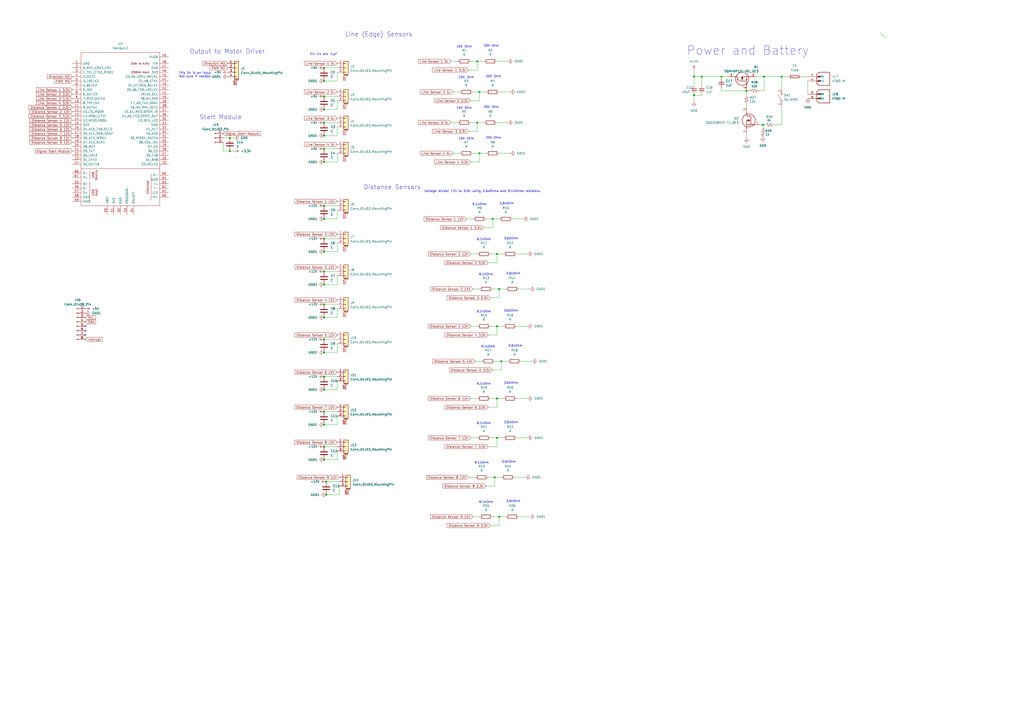
<source format=kicad_sch>
(kicad_sch (version 20231120) (generator "eeschema") (generator_version "8.0")
  (paper "A2")
  (junction (at 288.29 147.32))
  (junction (at 285.75 127))
  (junction (at 187.96 63.5))
  (junction (at 187.96 226.06))
  (junction (at 402.59 44.45))
  (junction (at 189.23 279.4))
  (junction (at 453.39 44.45))
  (junction (at 187.96 138.43))
  (junction (at 187.96 218.44))
  (junction (at 187.96 93.98))
  (junction (at 189.23 287.02))
  (junction (at 402.59 55.245))
  (junction (at 288.29 189.23))
  (junction (at 276.86 71.12))
  (junction (at 187.96 39.37))
  (junction (at 133.35 80.01))
  (junction (at 433.07 52.705))
  (junction (at 276.86 35.56))
  (junction (at 187.96 266.7))
  (junction (at 187.96 184.15))
  (junction (at 133.35 87.63))
  (junction (at 443.23 44.45))
  (junction (at 187.96 119.38))
  (junction (at 187.96 78.74))
  (junction (at 289.56 167.64))
  (junction (at 287.02 276.86))
  (junction (at 187.96 157.48))
  (junction (at 187.96 196.85))
  (junction (at 289.56 299.72))
  (junction (at 187.96 86.36))
  (junction (at 288.29 254))
  (junction (at 407.035 44.45))
  (junction (at 187.96 127))
  (junction (at 187.96 238.76))
  (junction (at 187.96 246.38))
  (junction (at 187.96 165.1))
  (junction (at 187.96 46.99))
  (junction (at 187.96 146.05))
  (junction (at 187.96 71.12))
  (junction (at 187.96 55.88))
  (junction (at 288.29 231.14))
  (junction (at 418.465 44.45))
  (junction (at 278.13 88.9))
  (junction (at 442.595 72.39))
  (junction (at 290.83 209.55))
  (junction (at 187.96 176.53))
  (junction (at 187.96 204.47))
  (junction (at 278.13 53.34))
  (junction (at 187.96 259.08))
  (no_connect (at 49.53 189.23))
  (no_connect (at 49.53 194.31))
  (no_connect (at 49.53 191.77))
  (bus_entry (at 510.54 19.05) (size 2.54 2.54))
  (wire (pts (xy 288.29 147.32) (xy 288.29 152.4)))
  (wire (pts (xy 289.56 53.34) (xy 295.91 53.34)))
  (wire (pts (xy 278.13 88.9) (xy 278.13 93.98)))
  (wire (pts (xy 195.58 121.92) (xy 195.58 127)))
  (wire (pts (xy 407.035 44.45) (xy 402.59 44.45)))
  (wire (pts (xy 261.62 71.12) (xy 265.43 71.12)))
  (wire (pts (xy 270.51 127) (xy 274.32 127)))
  (wire (pts (xy 273.05 35.56) (xy 276.86 35.56)))
  (wire (pts (xy 418.465 44.45) (xy 418.465 45.72)))
  (wire (pts (xy 187.96 55.88) (xy 195.58 55.88)))
  (wire (pts (xy 299.72 231.14) (xy 306.07 231.14)))
  (wire (pts (xy 275.59 209.55) (xy 279.4 209.55)))
  (wire (pts (xy 187.96 196.85) (xy 195.58 196.85)))
  (wire (pts (xy 289.56 167.64) (xy 289.56 172.72)))
  (wire (pts (xy 402.59 55.245) (xy 402.59 59.055)))
  (wire (pts (xy 278.13 53.34) (xy 278.13 58.42)))
  (wire (pts (xy 273.05 189.23) (xy 276.86 189.23)))
  (wire (pts (xy 276.86 35.56) (xy 280.67 35.56)))
  (wire (pts (xy 299.72 147.32) (xy 306.07 147.32)))
  (wire (pts (xy 290.83 214.63) (xy 285.75 214.63)))
  (wire (pts (xy 284.48 147.32) (xy 288.29 147.32)))
  (wire (pts (xy 285.75 299.72) (xy 289.56 299.72)))
  (wire (pts (xy 284.48 189.23) (xy 288.29 189.23)))
  (wire (pts (xy 133.35 80.01) (xy 129.54 80.01)))
  (wire (pts (xy 262.89 53.34) (xy 266.7 53.34)))
  (wire (pts (xy 261.62 35.56) (xy 265.43 35.56)))
  (wire (pts (xy 464.82 44.45) (xy 468.63 44.45)))
  (wire (pts (xy 195.58 179.07) (xy 195.58 184.15)))
  (wire (pts (xy 195.58 93.98) (xy 187.96 93.98)))
  (wire (pts (xy 187.96 119.38) (xy 195.58 119.38)))
  (wire (pts (xy 288.29 236.22) (xy 283.21 236.22)))
  (wire (pts (xy 278.13 58.42) (xy 273.05 58.42)))
  (wire (pts (xy 189.23 279.4) (xy 196.85 279.4)))
  (wire (pts (xy 281.94 127) (xy 285.75 127)))
  (wire (pts (xy 133.35 87.63) (xy 135.89 87.63)))
  (wire (pts (xy 290.83 209.55) (xy 294.64 209.55)))
  (wire (pts (xy 274.32 167.64) (xy 278.13 167.64)))
  (wire (pts (xy 300.99 167.64) (xy 307.34 167.64)))
  (wire (pts (xy 283.21 276.86) (xy 287.02 276.86)))
  (wire (pts (xy 278.13 53.34) (xy 281.94 53.34)))
  (wire (pts (xy 418.465 44.45) (xy 407.035 44.45)))
  (wire (pts (xy 187.96 71.12) (xy 195.58 71.12)))
  (wire (pts (xy 288.29 194.31) (xy 283.21 194.31)))
  (wire (pts (xy 274.32 53.34) (xy 278.13 53.34)))
  (wire (pts (xy 402.59 44.45) (xy 402.59 40.64)))
  (wire (pts (xy 195.58 140.97) (xy 195.58 146.05)))
  (wire (pts (xy 402.59 54.61) (xy 402.59 55.245)))
  (wire (pts (xy 195.58 73.66) (xy 195.58 78.74)))
  (wire (pts (xy 288.29 189.23) (xy 292.1 189.23)))
  (wire (pts (xy 289.56 167.64) (xy 293.37 167.64)))
  (wire (pts (xy 438.15 44.45) (xy 443.23 44.45)))
  (wire (pts (xy 285.75 127) (xy 285.75 132.08)))
  (wire (pts (xy 288.29 254) (xy 288.29 259.08)))
  (wire (pts (xy 187.96 39.37) (xy 195.58 39.37)))
  (wire (pts (xy 418.465 52.705) (xy 433.07 52.705)))
  (wire (pts (xy 196.85 281.94) (xy 196.85 287.02)))
  (wire (pts (xy 453.39 72.39) (xy 453.39 61.595)))
  (wire (pts (xy 448.945 72.39) (xy 453.39 72.39)))
  (wire (pts (xy 299.72 254) (xy 306.07 254)))
  (wire (pts (xy 289.56 304.8) (xy 284.48 304.8)))
  (wire (pts (xy 195.58 246.38) (xy 187.96 246.38)))
  (wire (pts (xy 187.96 176.53) (xy 195.58 176.53)))
  (wire (pts (xy 453.39 51.435) (xy 453.39 44.45)))
  (wire (pts (xy 288.29 254) (xy 292.1 254)))
  (wire (pts (xy 273.05 254) (xy 276.86 254)))
  (wire (pts (xy 129.54 82.55) (xy 129.54 87.63)))
  (wire (pts (xy 196.85 287.02) (xy 189.23 287.02)))
  (wire (pts (xy 287.02 276.86) (xy 287.02 281.94)))
  (wire (pts (xy 299.72 189.23) (xy 306.07 189.23)))
  (wire (pts (xy 274.32 88.9) (xy 278.13 88.9)))
  (wire (pts (xy 287.02 276.86) (xy 290.83 276.86)))
  (wire (pts (xy 407.035 55.245) (xy 402.59 55.245)))
  (wire (pts (xy 195.58 63.5) (xy 187.96 63.5)))
  (wire (pts (xy 195.58 204.47) (xy 187.96 204.47)))
  (wire (pts (xy 195.58 266.7) (xy 187.96 266.7)))
  (wire (pts (xy 443.23 44.45) (xy 453.39 44.45)))
  (wire (pts (xy 195.58 220.98) (xy 195.58 226.06)))
  (wire (pts (xy 453.39 44.45) (xy 457.2 44.45)))
  (wire (pts (xy 262.89 88.9) (xy 266.7 88.9)))
  (wire (pts (xy 284.48 231.14) (xy 288.29 231.14)))
  (wire (pts (xy 289.56 299.72) (xy 289.56 304.8)))
  (wire (pts (xy 129.54 87.63) (xy 133.35 87.63)))
  (wire (pts (xy 288.29 147.32) (xy 292.1 147.32)))
  (wire (pts (xy 288.29 189.23) (xy 288.29 194.31)))
  (wire (pts (xy 195.58 46.99) (xy 187.96 46.99)))
  (wire (pts (xy 187.96 86.36) (xy 195.58 86.36)))
  (wire (pts (xy 433.07 52.705) (xy 433.07 55.245)))
  (wire (pts (xy 274.32 299.72) (xy 278.13 299.72)))
  (wire (pts (xy 440.055 52.705) (xy 443.23 52.705)))
  (wire (pts (xy 289.56 88.9) (xy 295.91 88.9)))
  (wire (pts (xy 278.13 93.98) (xy 273.05 93.98)))
  (wire (pts (xy 195.58 41.91) (xy 195.58 46.99)))
  (wire (pts (xy 288.29 259.08) (xy 283.21 259.08)))
  (wire (pts (xy 288.29 152.4) (xy 283.21 152.4)))
  (wire (pts (xy 302.26 209.55) (xy 308.61 209.55)))
  (wire (pts (xy 273.05 231.14) (xy 276.86 231.14)))
  (wire (pts (xy 278.13 88.9) (xy 281.94 88.9)))
  (wire (pts (xy 187.96 157.48) (xy 195.58 157.48)))
  (wire (pts (xy 287.02 281.94) (xy 281.94 281.94)))
  (wire (pts (xy 407.035 44.45) (xy 407.035 49.53)))
  (wire (pts (xy 407.035 54.61) (xy 407.035 55.245)))
  (wire (pts (xy 187.96 138.43) (xy 195.58 138.43)))
  (wire (pts (xy 285.75 167.64) (xy 289.56 167.64)))
  (wire (pts (xy 443.23 52.705) (xy 443.23 44.45)))
  (wire (pts (xy 288.29 71.12) (xy 294.64 71.12)))
  (wire (pts (xy 187.96 238.76) (xy 195.58 238.76)))
  (wire (pts (xy 297.18 127) (xy 303.53 127)))
  (wire (pts (xy 285.75 132.08) (xy 280.67 132.08)))
  (wire (pts (xy 195.58 199.39) (xy 195.58 204.47)))
  (wire (pts (xy 402.59 49.53) (xy 402.59 44.45)))
  (wire (pts (xy 418.465 50.8) (xy 418.465 52.705)))
  (wire (pts (xy 289.56 299.72) (xy 293.37 299.72)))
  (wire (pts (xy 187.96 218.44) (xy 195.58 218.44)))
  (wire (pts (xy 195.58 146.05) (xy 187.96 146.05)))
  (wire (pts (xy 288.29 231.14) (xy 292.1 231.14)))
  (wire (pts (xy 195.58 184.15) (xy 187.96 184.15)))
  (wire (pts (xy 195.58 88.9) (xy 195.58 93.98)))
  (wire (pts (xy 442.595 72.39) (xy 442.595 74.295)))
  (wire (pts (xy 271.78 276.86) (xy 275.59 276.86)))
  (wire (pts (xy 300.99 299.72) (xy 307.34 299.72)))
  (wire (pts (xy 422.91 44.45) (xy 418.465 44.45)))
  (wire (pts (xy 433.07 60.325) (xy 433.07 62.23)))
  (wire (pts (xy 195.58 78.74) (xy 187.96 78.74)))
  (wire (pts (xy 195.58 165.1) (xy 187.96 165.1)))
  (wire (pts (xy 289.56 172.72) (xy 284.48 172.72)))
  (wire (pts (xy 276.86 35.56) (xy 276.86 40.64)))
  (wire (pts (xy 195.58 160.02) (xy 195.58 165.1)))
  (wire (pts (xy 288.29 35.56) (xy 294.64 35.56)))
  (wire (pts (xy 298.45 276.86) (xy 304.8 276.86)))
  (wire (pts (xy 195.58 226.06) (xy 187.96 226.06)))
  (wire (pts (xy 195.58 261.62) (xy 195.58 266.7)))
  (wire (pts (xy 276.86 71.12) (xy 276.86 76.2)))
  (wire (pts (xy 468.63 46.99) (xy 468.63 54.61)))
  (wire (pts (xy 433.07 52.705) (xy 434.975 52.705)))
  (wire (pts (xy 187.96 259.08) (xy 195.58 259.08)))
  (wire (pts (xy 433.07 52.07) (xy 433.07 52.705)))
  (wire (pts (xy 133.35 80.01) (xy 135.89 80.01)))
  (wire (pts (xy 195.58 127) (xy 187.96 127)))
  (wire (pts (xy 195.58 241.3) (xy 195.58 246.38)))
  (wire (pts (xy 195.58 58.42) (xy 195.58 63.5)))
  (wire (pts (xy 276.86 71.12) (xy 280.67 71.12)))
  (wire (pts (xy 276.86 40.64) (xy 271.78 40.64)))
  (wire (pts (xy 440.69 72.39) (xy 442.595 72.39)))
  (wire (pts (xy 287.02 209.55) (xy 290.83 209.55)))
  (wire (pts (xy 442.595 72.39) (xy 443.865 72.39)))
  (wire (pts (xy 276.86 76.2) (xy 271.78 76.2)))
  (wire (pts (xy 273.05 147.32) (xy 276.86 147.32)))
  (wire (pts (xy 273.05 71.12) (xy 276.86 71.12)))
  (wire (pts (xy 284.48 254) (xy 288.29 254)))
  (wire (pts (xy 285.75 127) (xy 289.56 127)))
  (wire (pts (xy 290.83 209.55) (xy 290.83 214.63)))
  (wire (pts (xy 433.07 77.47) (xy 433.07 80.01)))
  (wire (pts (xy 288.29 231.14) (xy 288.29 236.22)))
  (text "Output to Motor Driver" (at 131.826 29.972 0) (effects (font (size 2.54 2.54))))
  (text "This 5V is an input\nNot sure if needed" (at 113.03 43.434 0) (effects (font (size 1.27 1.27))))
  (text "3.6kOhm" (at 296.418 138.43 0) (effects (font (size 1.27 1.27))))
  (text "9.1kOhm" (at 280.67 245.618 0) (effects (font (size 1.27 1.27))))
  (text "20K Ohm" (at 284.988 26.67 0) (effects (font (size 1.27 1.27))))
  (text "Power and Battery\n" (at 433.832 29.464 0) (effects (font (size 5.08 5.08))))
  (text "9.1kOhm" (at 283.21 201.168 0) (effects (font (size 1.27 1.27))))
  (text "3.6kOhm" (at 293.878 118.11 0) (effects (font (size 1.27 1.27))))
  (text "9.1kOhm" (at 280.67 180.848 0) (effects (font (size 1.27 1.27))))
  (text "9.1kOhm" (at 281.94 291.338 0) (effects (font (size 1.27 1.27))))
  (text "3.6kOhm" (at 297.688 290.83 0) (effects (font (size 1.27 1.27))))
  (text "3.6kOhm" (at 297.688 158.75 0) (effects (font (size 1.27 1.27))))
  (text "9.1kOhm" (at 278.13 118.618 0) (effects (font (size 1.27 1.27))))
  (text "Start Module" (at 128.016 68.072 0) (effects (font (size 2.54 2.54))))
  (text "3.6kOhm" (at 296.418 180.34 0) (effects (font (size 1.27 1.27))))
  (text "9.1kOhm" (at 280.67 222.758 0) (effects (font (size 1.27 1.27))))
  (text "9.1kOhm" (at 280.67 138.938 0) (effects (font (size 1.27 1.27))))
  (text "10K Ohm" (at 269.24 27.178 0) (effects (font (size 1.27 1.27))))
  (text "10K Ohm" (at 270.51 80.518 0) (effects (font (size 1.27 1.27))))
  (text "Distance Sensors" (at 227.584 108.712 0) (effects (font (size 2.54 2.54))))
  (text "C1-14 are .1µF" (at 187.706 31.496 0) (effects (font (size 1.27 1.27))))
  (text "10K Ohm" (at 269.24 62.738 0) (effects (font (size 1.27 1.27))))
  (text "3.6kOhm" (at 295.148 267.97 0) (effects (font (size 1.27 1.27))))
  (text "20K Ohm" (at 286.258 44.45 0) (effects (font (size 1.27 1.27))))
  (text "20K Ohm" (at 286.258 80.01 0) (effects (font (size 1.27 1.27))))
  (text "Voltage divider 12V to 3.3V using 3.6kOhms and 9.1kOhms resistors.\n" (at 279.908 110.998 0) (effects (font (size 1.27 1.27))))
  (text "20K Ohm" (at 284.988 62.23 0) (effects (font (size 1.27 1.27))))
  (text "3.6kOhm" (at 298.958 200.66 0) (effects (font (size 1.27 1.27))))
  (text "10K Ohm" (at 270.51 44.958 0) (effects (font (size 1.27 1.27))))
  (text "9.1kOhm" (at 279.4 268.478 0) (effects (font (size 1.27 1.27))))
  (text "Line (Edge) Sensors" (at 219.71 20.066 0) (effects (font (size 2.54 2.54))))
  (text "9.1kOhm" (at 281.94 159.258 0) (effects (font (size 1.27 1.27))))
  (text "3.6kOhm" (at 296.418 245.11 0) (effects (font (size 1.27 1.27))))
  (text "3.6kOhm" (at 296.418 222.25 0) (effects (font (size 1.27 1.27))))
  (global_label "Distance Sensor 9 3.3V" (shape input) (at 284.48 304.8 180) (property "Intersheetrefs" "${INTERSHEET_REFS}" (effects (hide yes))))
  (global_label "Line Sensor 2 3.3V" (shape input) (at 41.91 54.61 180) (property "Intersheetrefs" "${INTERSHEET_REFS}" (effects (hide yes))))
  (global_label "Distance Sensor 4 3.3V" (shape input) (at 283.21 194.31 180) (property "Intersheetrefs" "${INTERSHEET_REFS}" (effects (hide yes))))
  (global_label "Distance Sensor 7 12V" (shape input) (at 41.91 77.47 180) (property "Intersheetrefs" "${INTERSHEET_REFS}" (effects (hide yes))))
  (global_label "Distance Sensor 3 3.3V" (shape input) (at 284.48 172.72 180) (property "Intersheetrefs" "${INTERSHEET_REFS}" (effects (hide yes))))
  (global_label "Distance Sensor 4 12V" (shape input) (at 273.05 189.23 180) (property "Intersheetrefs" "${INTERSHEET_REFS}" (effects (hide yes))))
  (global_label "Line Sensor 4 5v" (shape input) (at 195.58 83.82 180) (property "Intersheetrefs" "${INTERSHEET_REFS}" (effects (hide yes))))
  (global_label "Distance Sensor 2 3.3V" (shape input) (at 283.21 152.4 180) (property "Intersheetrefs" "${INTERSHEET_REFS}" (effects (hide yes))))
  (global_label "Distance Sensor 2 12V" (shape input) (at 273.05 147.32 180) (property "Intersheetrefs" "${INTERSHEET_REFS}" (effects (hide yes))))
  (global_label "Line Sensor 3 3.3V" (shape input) (at 271.78 76.2 180) (property "Intersheetrefs" "${INTERSHEET_REFS}" (effects (hide yes))))
  (global_label "SCL" (shape input) (at 49.53 184.15 0) (property "Intersheetrefs" "${INTERSHEET_REFS}" (effects (hide yes))))
  (global_label "Distance Sensor 1 3.3V" (shape input) (at 280.67 132.08 180) (property "Intersheetrefs" "${INTERSHEET_REFS}" (effects (hide yes))))
  (global_label "Line Sensor 1 3.3V" (shape input) (at 41.91 52.07 180) (property "Intersheetrefs" "${INTERSHEET_REFS}" (effects (hide yes))))
  (global_label "Line Sensor 3 3.3V" (shape input) (at 41.91 57.15 180) (property "Intersheetrefs" "${INTERSHEET_REFS}" (effects (hide yes))))
  (global_label "Distance Sensor 5 12V" (shape input) (at 41.91 72.39 180) (property "Intersheetrefs" "${INTERSHEET_REFS}" (effects (hide yes))))
  (global_label "Line Sensor 1 5v" (shape input) (at 195.58 36.83 180) (property "Intersheetrefs" "${INTERSHEET_REFS}" (effects (hide yes))))
  (global_label "Distance Sensor 9 12V" (shape input) (at 196.85 276.86 180) (property "Intersheetrefs" "${INTERSHEET_REFS}" (effects (hide yes))))
  (global_label "Distance Sensor 9 12V" (shape input) (at 41.91 82.55 180) (property "Intersheetrefs" "${INTERSHEET_REFS}" (effects (hide yes))))
  (global_label "Distance Sensor 8 3.3V" (shape input) (at 281.94 281.94 180) (property "Intersheetrefs" "${INTERSHEET_REFS}" (effects (hide yes))))
  (global_label "Line Sensor 4 3.3V" (shape input) (at 41.91 59.69 180) (property "Intersheetrefs" "${INTERSHEET_REFS}" (effects (hide yes))))
  (global_label "Distance Sensor 6 12V" (shape input) (at 273.05 231.14 180) (property "Intersheetrefs" "${INTERSHEET_REFS}" (effects (hide yes))))
  (global_label "Distance Sensor 7 12V" (shape input) (at 195.58 236.22 180) (property "Intersheetrefs" "${INTERSHEET_REFS}" (effects (hide yes))))
  (global_label "Line Sensor 4 5v" (shape input) (at 262.89 88.9 180) (property "Intersheetrefs" "${INTERSHEET_REFS}" (effects (hide yes))))
  (global_label "Distance Sensor 6 12V" (shape input) (at 41.91 74.93 180) (property "Intersheetrefs" "${INTERSHEET_REFS}" (effects (hide yes))))
  (global_label "Distance Sensor 2 12V" (shape input) (at 41.91 64.77 180) (property "Intersheetrefs" "${INTERSHEET_REFS}" (effects (hide yes))))
  (global_label "PWM MD" (shape input) (at 132.08 39.37 180) (property "Intersheetrefs" "${INTERSHEET_REFS}" (effects (hide yes))))
  (global_label "Distance Sensor 1 12V" (shape input) (at 270.51 127 180) (property "Intersheetrefs" "${INTERSHEET_REFS}" (effects (hide yes))))
  (global_label "Line Sensor 2 5v" (shape input) (at 195.58 53.34 180) (property "Intersheetrefs" "${INTERSHEET_REFS}" (effects (hide yes))))
  (global_label "Distance Sensor 8 12V" (shape input) (at 271.78 276.86 180) (property "Intersheetrefs" "${INTERSHEET_REFS}" (effects (hide yes))))
  (global_label "Distance Sensor 3 12V" (shape input) (at 274.32 167.64 180) (property "Intersheetrefs" "${INTERSHEET_REFS}" (effects (hide yes))))
  (global_label "Line Sensor 4 3.3V" (shape input) (at 273.05 93.98 180) (property "Intersheetrefs" "${INTERSHEET_REFS}" (effects (hide yes))))
  (global_label "Distance Sensor 8 12V" (shape input) (at 41.91 80.01 180) (property "Intersheetrefs" "${INTERSHEET_REFS}" (effects (hide yes))))
  (global_label "Line Sensor 1 5v" (shape input) (at 261.62 35.56 180) (property "Intersheetrefs" "${INTERSHEET_REFS}" (effects (hide yes))))
  (global_label "Line Sensor 1 3.3V" (shape input) (at 271.78 40.64 180) (property "Intersheetrefs" "${INTERSHEET_REFS}" (effects (hide yes))))
  (global_label "Distance Sensor 9 12V" (shape input) (at 274.32 299.72 180) (property "Intersheetrefs" "${INTERSHEET_REFS}" (effects (hide yes))))
  (global_label "Interupt" (shape input) (at 49.53 196.85 0) (property "Intersheetrefs" "${INTERSHEET_REFS}" (effects (hide yes))))
  (global_label "Distance Sensor 3 12V" (shape input) (at 195.58 154.94 180) (property "Intersheetrefs" "${INTERSHEET_REFS}" (effects (hide yes))))
  (global_label "Distance Sensor 7 12V" (shape input) (at 273.05 254 180) (property "Intersheetrefs" "${INTERSHEET_REFS}" (effects (hide yes))))
  (global_label "Distance Sensor 5 12V" (shape input) (at 275.59 209.55 180) (property "Intersheetrefs" "${INTERSHEET_REFS}" (effects (hide yes))))
  (global_label "SDA" (shape input) (at 49.53 186.69 0) (property "Intersheetrefs" "${INTERSHEET_REFS}" (effects (hide yes))))
  (global_label "Signal Start Module" (shape input) (at 41.91 87.63 180) (property "Intersheetrefs" "${INTERSHEET_REFS}" (effects (hide yes))))
  (global_label "Line Sensor 3 5v" (shape input) (at 195.58 68.58 180) (property "Intersheetrefs" "${INTERSHEET_REFS}" (effects (hide yes))))
  (global_label "Distance Sensor 5 12V" (shape input) (at 195.58 194.31 180) (property "Intersheetrefs" "${INTERSHEET_REFS}" (effects (hide yes))))
  (global_label "Line Sensor 2 3.3V" (shape input) (at 273.05 58.42 180) (property "Intersheetrefs" "${INTERSHEET_REFS}" (effects (hide yes))))
  (global_label "Distance Sensor 1 12V" (shape input) (at 195.58 116.84 180) (property "Intersheetrefs" "${INTERSHEET_REFS}" (effects (hide yes))))
  (global_label "Distance Sensor 7 3.3V" (shape input) (at 283.21 259.08 180) (property "Intersheetrefs" "${INTERSHEET_REFS}" (effects (hide yes))))
  (global_label "Distance Sensor 5 3.3V" (shape input) (at 285.75 214.63 180) (property "Intersheetrefs" "${INTERSHEET_REFS}" (effects (hide yes))))
  (global_label "Distance Sensor 4 12V" (shape input) (at 195.58 173.99 180) (property "Intersheetrefs" "${INTERSHEET_REFS}" (effects (hide yes))))
  (global_label "Distance Sensor 6 3.3V" (shape input) (at 283.21 236.22 180) (property "Intersheetrefs" "${INTERSHEET_REFS}" (effects (hide yes))))
  (global_label "Direction MD" (shape input) (at 41.91 44.45 180) (property "Intersheetrefs" "${INTERSHEET_REFS}" (effects (hide yes))))
  (global_label "Distance Sensor 1 3.3V" (shape input) (at 41.91 62.23 180) (property "Intersheetrefs" "${INTERSHEET_REFS}" (effects (hide yes))))
  (global_label "Distance Sensor 4 12V" (shape input) (at 41.91 69.85 180) (property "Intersheetrefs" "${INTERSHEET_REFS}" (effects (hide yes))))
  (global_label "Direction MD" (shape input) (at 132.08 36.83 180) (property "Intersheetrefs" "${INTERSHEET_REFS}" (effects (hide yes))))
  (global_label "Distance Sensor 3 3.3V" (shape input) (at 41.91 67.31 180) (property "Intersheetrefs" "${INTERSHEET_REFS}" (effects (hide yes))))
  (global_label "Distance Sensor 6 12V" (shape input) (at 195.58 215.9 180) (property "Intersheetrefs" "${INTERSHEET_REFS}" (effects (hide yes))))
  (global_label "Distance Sensor 8 12V" (shape input) (at 195.58 256.54 180) (property "Intersheetrefs" "${INTERSHEET_REFS}" (effects (hide yes))))
  (global_label "Distance Sensor 2 12V" (shape input) (at 195.58 135.89 180) (property "Intersheetrefs" "${INTERSHEET_REFS}" (effects (hide yes))))
  (global_label "Signal Start Module" (shape input) (at 129.54 77.47 0) (property "Intersheetrefs" "${INTERSHEET_REFS}" (effects (hide yes))))
  (global_label "Line Sensor 2 5v" (shape input) (at 262.89 53.34 180) (property "Intersheetrefs" "${INTERSHEET_REFS}" (effects (hide yes))))
  (global_label "Line Sensor 3 5v" (shape input) (at 261.62 71.12 180) (property "Intersheetrefs" "${INTERSHEET_REFS}" (effects (hide yes))))
  (global_label "PWM MD" (shape input) (at 41.91 46.99 180) (property "Intersheetrefs" "${INTERSHEET_REFS}" (effects (hide yes))))
  (symbol (lib_id "Device:C") (at 133.35 83.82 180) (unit 1)
    (property "Reference" "C14" (at 137.16 82.5499 0) (effects (justify right)))
    (property "Value" "C" (at 137.16 85.0899 0) (effects (justify right)))
    (property "Description" "Unpolarized capacitor" (effects (hide yes)))
  )
  (symbol (lib_id "Connector_Generic_MountingPin:Conn_01x03_MountingPin") (at 201.93 279.4 0) (unit 1)
    (property "Reference" "J14" (at 204.47 278.4855 0) (effects (justify left)))
    (property "Value" "Conn_01x03_MountingPin" (at 204.47 281.0255 0) (effects (justify left)))
    (property "Description" "Generic connectable mounting pin connector, single row, 01x03, script generated (kicad-library-utils/schlib/autogen/connector/)" (effects (hide yes)))
  )
  (symbol (lib_id "power:+12V") (at 187.96 238.76 90) (unit 1)
    (property "Reference" "#PWR027" (effects (hide yes)))
    (property "Value" "+12V" (at 184.15 238.7599 90) (effects (justify left)))
    (property "Description" "Power symbol creates a global label with name \"+12V\"" (effects (hide yes)))
  )
  (symbol (lib_id "power:GND1") (at 295.91 88.9 90) (unit 1)
    (property "Reference" "#PWR014" (effects (hide yes)))
    (property "Value" "GND1" (at 299.72 88.8999 90) (effects (justify right)))
    (property "Description" "Power symbol creates a global label with name \"GND1\" , ground" (effects (hide yes)))
  )
  (symbol (lib_id "Connector_Generic_MountingPin:Conn_01x03_MountingPin") (at 200.66 71.12 0) (unit 1)
    (property "Reference" "J4" (at 203.2 70.2055 0) (effects (justify left)))
    (property "Value" "Conn_01x03_MountingPin" (at 203.2 72.7455 0) (effects (justify left)))
    (property "Description" "Generic connectable mounting pin connector, single row, 01x03, script generated (kicad-library-utils/schlib/autogen/connector/)" (effects (hide yes)))
  )
  (symbol (lib_id "power:GND1") (at 304.8 276.86 90) (unit 1)
    (property "Reference" "#PWR040" (effects (hide yes)))
    (property "Value" "GND1" (at 308.61 276.8599 90) (effects (justify right)))
    (property "Description" "Power symbol creates a global label with name \"GND1\" , ground" (effects (hide yes)))
  )
  (symbol (lib_id "Device:R") (at 294.64 276.86 90) (unit 1)
    (property "Reference" "R24" (at 294.64 270.51 90))
    (property "Value" "R" (at 294.64 273.05 90))
    (property "Description" "Resistor" (effects (hide yes)))
  )
  (symbol (lib_id "Device:R") (at 298.45 209.55 90) (unit 1)
    (property "Reference" "R18" (at 298.45 203.2 90))
    (property "Value" "R" (at 298.45 205.74 90))
    (property "Description" "Resistor" (effects (hide yes)))
  )
  (symbol (lib_id "Device:R") (at 295.91 231.14 90) (unit 1)
    (property "Reference" "R20" (at 295.91 224.79 90))
    (property "Value" "R" (at 295.91 227.33 90))
    (property "Description" "Resistor" (effects (hide yes)))
  )
  (symbol (lib_id "Device:R") (at 295.91 254 90) (unit 1)
    (property "Reference" "R22" (at 295.91 247.65 90))
    (property "Value" "R" (at 295.91 250.19 90))
    (property "Description" "Resistor" (effects (hide yes)))
  )
  (symbol (lib_id "Device:C_Small") (at 418.465 48.26 0) (unit 1)
    (property "Reference" "C17" (at 421.005 46.9963 0) (effects (justify left)))
    (property "Value" "1uF" (at 421.005 49.5363 0) (effects (justify left)))
    (property "Footprint" "Capacitor_SMD:C_0805_2012Metric_Pad1.18x1.45mm_HandSolder" (effects (hide yes)))
  )
  (symbol (lib_id "power:GND1") (at 187.96 46.99 270) (unit 1)
    (property "Reference" "#PWR04" (effects (hide yes)))
    (property "Value" "GND1" (at 184.15 46.9899 90) (effects (justify right)))
    (property "Description" "Power symbol creates a global label with name \"GND1\" , ground" (effects (hide yes)))
  )
  (symbol (lib_id "Device:C") (at 187.96 161.29 0) (unit 1)
    (property "Reference" "C7" (at 191.77 160.0199 0) (effects (justify left)))
    (property "Value" "C" (at 191.77 162.5599 0) (effects (justify left)))
    (property "Description" "Unpolarized capacitor" (effects (hide yes)))
  )
  (symbol (lib_id "Connector_Generic_MountingPin:Conn_01x03_MountingPin") (at 200.66 39.37 0) (unit 1)
    (property "Reference" "J2" (at 203.2 38.4555 0) (effects (justify left)))
    (property "Value" "Conn_01x03_MountingPin" (at 203.2 40.9955 0) (effects (justify left)))
    (property "Description" "Generic connectable mounting pin connector, single row, 01x03, script generated (kicad-library-utils/schlib/autogen/connector/)" (effects (hide yes)))
  )
  (symbol (lib_id "Device:C") (at 187.96 222.25 0) (unit 1)
    (property "Reference" "C10" (at 191.77 220.9799 0) (effects (justify left)))
    (property "Value" "C" (at 191.77 223.5199 0) (effects (justify left)))
    (property "Description" "Unpolarized capacitor" (effects (hide yes)))
  )
  (symbol (lib_id "Device:R") (at 269.24 35.56 90) (unit 1)
    (property "Reference" "R1" (at 269.24 29.21 90))
    (property "Value" "R" (at 269.24 31.75 90))
    (property "Description" "Resistor" (effects (hide yes)))
  )
  (symbol (lib_id "power:GND1") (at 306.07 231.14 90) (unit 1)
    (property "Reference" "#PWR038" (effects (hide yes)))
    (property "Value" "GND1" (at 309.88 231.1399 90) (effects (justify right)))
    (property "Description" "Power symbol creates a global label with name \"GND1\" , ground" (effects (hide yes)))
  )
  (symbol (lib_id "Connector_Generic_MountingPin:Conn_01x03_MountingPin") (at 200.66 176.53 0) (unit 1)
    (property "Reference" "J9" (at 203.2 175.6155 0) (effects (justify left)))
    (property "Value" "Conn_01x03_MountingPin" (at 203.2 178.1555 0) (effects (justify left)))
    (property "Description" "Generic connectable mounting pin connector, single row, 01x03, script generated (kicad-library-utils/schlib/autogen/connector/)" (effects (hide yes)))
  )
  (symbol (lib_id "Device:R") (at 278.13 127 90) (unit 1)
    (property "Reference" "R9" (at 278.13 120.65 90))
    (property "Value" "R" (at 278.13 123.19 90))
    (property "Description" "Resistor" (effects (hide yes)))
  )
  (symbol (lib_id "Device:C") (at 187.96 200.66 0) (unit 1)
    (property "Reference" "C9" (at 191.77 199.3899 0) (effects (justify left)))
    (property "Value" "C" (at 191.77 201.9299 0) (effects (justify left)))
    (property "Description" "Unpolarized capacitor" (effects (hide yes)))
  )
  (symbol (lib_id "Device:R") (at 285.75 88.9 90) (unit 1)
    (property "Reference" "R8" (at 285.75 82.55 90))
    (property "Value" "R" (at 285.75 85.09 90))
    (property "Description" "Resistor" (effects (hide yes)))
  )
  (symbol (lib_id "power:+12V") (at 187.96 119.38 90) (unit 1)
    (property "Reference" "#PWR015" (effects (hide yes)))
    (property "Value" "+12V" (at 184.15 119.3799 90) (effects (justify left)))
    (property "Description" "Power symbol creates a global label with name \"+12V\"" (effects (hide yes)))
  )
  (symbol (lib_id "Connector_Generic_MountingPin:Conn_01x03_MountingPin") (at 200.66 218.44 0) (unit 1)
    (property "Reference" "J11" (at 203.2 217.5255 0) (effects (justify left)))
    (property "Value" "Conn_01x03_MountingPin" (at 203.2 220.0655 0) (effects (justify left)))
    (property "Description" "Generic connectable mounting pin connector, single row, 01x03, script generated (kicad-library-utils/schlib/autogen/connector/)" (effects (hide yes)))
  )
  (symbol (lib_id "Connector:Conn_01x08_Pin") (at 44.45 186.69 0) (unit 1)
    (property "Reference" "J16" (at 45.085 173.99 0))
    (property "Value" "Conn_01x08_Pin" (at 45.085 176.53 0))
    (property "Description" "Generic connector, single row, 01x08, script generated" (effects (hide yes)))
  )
  (symbol (lib_id "Device:R") (at 295.91 147.32 90) (unit 1)
    (property "Reference" "R12" (at 295.91 140.97 90))
    (property "Value" "R" (at 295.91 143.51 90))
    (property "Description" "Resistor" (effects (hide yes)))
  )
  (symbol (lib_id "Device:C") (at 187.96 123.19 0) (unit 1)
    (property "Reference" "C5" (at 191.77 121.9199 0) (effects (justify left)))
    (property "Value" "C" (at 191.77 124.4599 0) (effects (justify left)))
    (property "Description" "Unpolarized capacitor" (effects (hide yes)))
  )
  (symbol (lib_id "Connector_Generic_MountingPin:Conn_01x04_MountingPin") (at 137.16 39.37 0) (unit 1)
    (property "Reference" "J1" (at 139.7 39.7255 0) (effects (justify left)))
    (property "Value" "Conn_01x04_MountingPin" (at 139.7 42.2655 0) (effects (justify left)))
    (property "Footprint" "Connector_JST:JST_PH_B4B-PH-SM4-TB_1x04-1MP_P2.00mm_Vertical" (effects (hide yes)))
    (property "Description" "Generic connectable mounting pin connector, single row, 01x04, script generated (kicad-library-utils/schlib/autogen/connector/)" (effects (hide yes)))
  )
  (symbol (lib_id "power:+5V") (at 187.96 86.36 90) (unit 1)
    (property "Reference" "#PWR09" (effects (hide yes)))
    (property "Value" "+5V" (at 184.15 86.3599 90) (effects (justify left)))
    (property "Description" "Power symbol creates a global label with name \"+5V\"" (effects (hide yes)))
  )
  (symbol (lib_id "power:GND1") (at 187.96 184.15 270) (unit 1)
    (property "Reference" "#PWR022" (effects (hide yes)))
    (property "Value" "GND1" (at 184.15 184.1499 90) (effects (justify right)))
    (property "Description" "Power symbol creates a global label with name \"GND1\" , ground" (effects (hide yes)))
  )
  (symbol (lib_id "power:+5V") (at 187.96 71.12 90) (unit 1)
    (property "Reference" "#PWR07" (effects (hide yes)))
    (property "Value" "+5V" (at 184.15 71.1199 90) (effects (justify left)))
    (property "Description" "Power symbol creates a global label with name \"+5V\"" (effects (hide yes)))
  )
  (symbol (lib_id "Device:C_Small") (at 407.035 52.07 0) (unit 1)
    (property "Reference" "C16" (at 409.575 50.8063 0) (effects (justify left)))
    (property "Value" "1uF" (at 409.575 53.3463 0) (effects (justify left)))
    (property "Footprint" "Capacitor_SMD:C_0805_2012Metric_Pad1.18x1.45mm_HandSolder" (effects (hide yes)))
  )
  (symbol (lib_id "power:GND1") (at 187.96 127 270) (unit 1)
    (property "Reference" "#PWR016" (effects (hide yes)))
    (property "Value" "GND1" (at 184.15 126.9999 90) (effects (justify right)))
    (property "Description" "Power symbol creates a global label with name \"GND1\" , ground" (effects (hide yes)))
  )
  (symbol (lib_id "power:GND1") (at 187.96 146.05 270) (unit 1)
    (property "Reference" "#PWR018" (effects (hide yes)))
    (property "Value" "GND1" (at 184.15 146.0499 90) (effects (justify right)))
    (property "Description" "Power symbol creates a global label with name \"GND1\" , ground" (effects (hide yes)))
  )
  (symbol (lib_id "power:GND1") (at 308.61 209.55 90) (unit 1)
    (property "Reference" "#PWR037" (effects (hide yes)))
    (property "Value" "GND1" (at 312.42 209.5499 90) (effects (justify right)))
    (property "Description" "Power symbol creates a global label with name \"GND1\" , ground" (effects (hide yes)))
  )
  (symbol (lib_id "Device:C") (at 187.96 142.24 0) (unit 1)
    (property "Reference" "C6" (at 191.77 140.9699 0) (effects (justify left)))
    (property "Value" "C" (at 191.77 143.5099 0) (effects (justify left)))
    (property "Description" "Unpolarized capacitor" (effects (hide yes)))
  )
  (symbol (lib_id "Device:C") (at 187.96 180.34 0) (unit 1)
    (property "Reference" "C8" (at 191.77 179.0699 0) (effects (justify left)))
    (property "Value" "C" (at 191.77 181.6099 0) (effects (justify left)))
    (property "Description" "Unpolarized capacitor" (effects (hide yes)))
  )
  (symbol (lib_id "power:GND1") (at 306.07 147.32 90) (unit 1)
    (property "Reference" "#PWR034" (effects (hide yes)))
    (property "Value" "GND1" (at 309.88 147.3199 90) (effects (justify right)))
    (property "Description" "Power symbol creates a global label with name \"GND1\" , ground" (effects (hide yes)))
  )
  (symbol (lib_id "Device:R_Small_US") (at 437.515 52.705 90) (unit 1)
    (property "Reference" "R28" (at 437.642 47.752 90))
    (property "Value" "10k" (at 437.642 50.038 90))
    (property "Footprint" "Resistor_SMD:R_0805_2012Metric_Pad1.20x1.40mm_HandSolder" (effects (hide yes)))
  )
  (symbol (lib_id "power:GND1") (at 187.96 226.06 270) (unit 1)
    (property "Reference" "#PWR026" (effects (hide yes)))
    (property "Value" "GND1" (at 184.15 226.0599 90) (effects (justify right)))
    (property "Description" "Power symbol creates a global label with name \"GND1\" , ground" (effects (hide yes)))
  )
  (symbol (lib_id "Device:R") (at 297.18 299.72 90) (unit 1)
    (property "Reference" "R26" (at 297.18 293.37 90))
    (property "Value" "R" (at 297.18 295.91 90))
    (property "Description" "Resistor" (effects (hide yes)))
  )
  (symbol (lib_id "Device:R") (at 269.24 71.12 90) (unit 1)
    (property "Reference" "R5" (at 269.24 64.77 90))
    (property "Value" "R" (at 269.24 67.31 90))
    (property "Description" "Resistor" (effects (hide yes)))
  )
  (symbol (lib_id "power:+12V") (at 187.96 196.85 90) (unit 1)
    (property "Reference" "#PWR023" (effects (hide yes)))
    (property "Value" "+12V" (at 184.15 196.8499 90) (effects (justify left)))
    (property "Description" "Power symbol creates a global label with name \"+12V\"" (effects (hide yes)))
  )
  (symbol (lib_id "power:GND1") (at 49.53 181.61 90) (unit 1)
    (property "Reference" "#PWR050" (effects (hide yes)))
    (property "Value" "GND1" (at 53.34 181.6099 90) (effects (justify right)))
    (property "Description" "Power symbol creates a global label with name \"GND1\" , ground" (effects (hide yes)))
  )
  (symbol (lib_id "power:+12V") (at 187.96 259.08 90) (unit 1)
    (property "Reference" "#PWR029" (effects (hide yes)))
    (property "Value" "+12V" (at 184.15 259.0799 90) (effects (justify left)))
    (property "Description" "Power symbol creates a global label with name \"+12V\"" (effects (hide yes)))
  )
  (symbol (lib_id "Device:R") (at 279.4 276.86 90) (unit 1)
    (property "Reference" "R23" (at 279.4 270.51 90))
    (property "Value" "R" (at 279.4 273.05 90))
    (property "Description" "Resistor" (effects (hide yes)))
  )
  (symbol (lib_id "power:GND1") (at 295.91 53.34 90) (unit 1)
    (property "Reference" "#PWR012" (effects (hide yes)))
    (property "Value" "GND1" (at 299.72 53.3399 90) (effects (justify right)))
    (property "Description" "Power symbol creates a global label with name \"GND1\" , ground" (effects (hide yes)))
  )
  (symbol (lib_id "power:GND1") (at 189.23 287.02 270) (unit 1)
    (property "Reference" "#PWR032" (effects (hide yes)))
    (property "Value" "GND1" (at 185.42 287.0199 90) (effects (justify right)))
    (property "Description" "Power symbol creates a global label with name \"GND1\" , ground" (effects (hide yes)))
  )
  (symbol (lib_id "Device:C") (at 187.96 242.57 0) (unit 1)
    (property "Reference" "C11" (at 191.77 241.2999 0) (effects (justify left)))
    (property "Value" "C" (at 191.77 243.8399 0) (effects (justify left)))
    (property "Description" "Unpolarized capacitor" (effects (hide yes)))
  )
  (symbol (lib_id "Device:R") (at 284.48 35.56 90) (unit 1)
    (property "Reference" "R2" (at 284.48 29.21 90))
    (property "Value" "R" (at 284.48 31.75 90))
    (property "Description" "Resistor" (effects (hide yes)))
  )
  (symbol (lib_id "Device:C") (at 187.96 74.93 0) (unit 1)
    (property "Reference" "C3" (at 191.77 73.6599 0) (effects (justify left)))
    (property "Value" "C" (at 191.77 76.1999 0) (effects (justify left)))
    (property "Description" "Unpolarized capacitor" (effects (hide yes)))
  )
  (symbol (lib_id "Connector_Generic_MountingPin:Conn_01x03_MountingPin") (at 200.66 157.48 0) (unit 1)
    (property "Reference" "J8" (at 203.2 156.5655 0) (effects (justify left)))
    (property "Value" "Conn_01x03_MountingPin" (at 203.2 159.1055 0) (effects (justify left)))
    (property "Description" "Generic connectable mounting pin connector, single row, 01x03, script generated (kicad-library-utils/schlib/autogen/connector/)" (effects (hide yes)))
  )
  (symbol (lib_id "power:GND1") (at 294.64 35.56 90) (unit 1)
    (property "Reference" "#PWR011" (effects (hide yes)))
    (property "Value" "GND1" (at 298.45 35.5599 90) (effects (justify right)))
    (property "Description" "Power symbol creates a global label with name \"GND1\" , ground" (effects (hide yes)))
  )
  (symbol (lib_id "Connector_Generic_MountingPin:Conn_01x03_MountingPin") (at 200.66 55.88 0) (unit 1)
    (property "Reference" "J3" (at 203.2 54.9655 0) (effects (justify left)))
    (property "Value" "Conn_01x03_MountingPin" (at 203.2 57.5055 0) (effects (justify left)))
    (property "Description" "Generic connectable mounting pin connector, single row, 01x03, script generated (kicad-library-utils/schlib/autogen/connector/)" (effects (hide yes)))
  )
  (symbol (lib_id "Device:R") (at 280.67 147.32 90) (unit 1)
    (property "Reference" "R11" (at 280.67 140.97 90))
    (property "Value" "R" (at 280.67 143.51 90))
    (property "Description" "Resistor" (effects (hide yes)))
  )
  (symbol (lib_id "Connector:Conn_01x03_Pin") (at 124.46 80.01 0) (unit 1)
    (property "Reference" "J15" (at 125.095 72.39 0))
    (property "Value" "Conn_01x03_Pin" (at 125.095 74.93 0))
    (property "Footprint" "Connector:FanPinHeader_1x03_P2.54mm_Vertical" (effects (hide yes)))
  )
  (symbol (lib_name "GND_1") (lib_id "power:GND") (at 433.07 80.01 0) (unit 1)
    (property "Reference" "#PWR046" (effects (hide yes)))
    (property "Value" "GND" (at 433.07 85.09 0))
  )
  (symbol (lib_name "GND_1") (lib_id "power:GND") (at 468.63 57.15 0) (unit 1)
    (property "Reference" "#PWR048" (effects (hide yes)))
    (property "Value" "GND" (at 468.63 62.23 0))
  )
  (symbol (lib_id "power:GND1") (at 187.96 165.1 270) (unit 1)
    (property "Reference" "#PWR020" (effects (hide yes)))
    (property "Value" "GND1" (at 184.15 165.0999 90) (effects (justify right)))
    (property "Description" "Power symbol creates a global label with name \"GND1\" , ground" (effects (hide yes)))
  )
  (symbol (lib_id "power:+12V") (at 187.96 138.43 90) (unit 1)
    (property "Reference" "#PWR017" (effects (hide yes)))
    (property "Value" "+12V" (at 184.15 138.4299 90) (effects (justify left)))
    (property "Description" "Power symbol creates a global label with name \"+12V\"" (effects (hide yes)))
  )
  (symbol (lib_id "power:GND1") (at 306.07 254 90) (unit 1)
    (property "Reference" "#PWR039" (effects (hide yes)))
    (property "Value" "GND1" (at 309.88 253.9999 90) (effects (justify right)))
    (property "Description" "Power symbol creates a global label with name \"GND1\" , ground" (effects (hide yes)))
  )
  (symbol (lib_id "power:+12V") (at 187.96 218.44 90) (unit 1)
    (property "Reference" "#PWR025" (effects (hide yes)))
    (property "Value" "+12V" (at 184.15 218.4399 90) (effects (justify left)))
    (property "Description" "Power symbol creates a global label with name \"+12V\"" (effects (hide yes)))
  )
  (symbol (lib_id "power:+12V") (at 189.23 279.4 90) (unit 1)
    (property "Reference" "#PWR031" (effects (hide yes)))
    (property "Value" "+12V" (at 185.42 279.3999 90) (effects (justify left)))
    (property "Description" "Power symbol creates a global label with name \"+12V\"" (effects (hide yes)))
  )
  (symbol (lib_id "power:GND1") (at 187.96 246.38 270) (unit 1)
    (property "Reference" "#PWR028" (effects (hide yes)))
    (property "Value" "GND1" (at 184.15 246.3799 90) (effects (justify right)))
    (property "Description" "Power symbol creates a global label with name \"GND1\" , ground" (effects (hide yes)))
  )
  (symbol (lib_id "Device:R") (at 284.48 71.12 90) (unit 1)
    (property "Reference" "R6" (at 284.48 64.77 90))
    (property "Value" "R" (at 284.48 67.31 90))
    (property "Description" "Resistor" (effects (hide yes)))
  )
  (symbol (lib_id "power:GND1") (at 306.07 189.23 90) (unit 1)
    (property "Reference" "#PWR036" (effects (hide yes)))
    (property "Value" "GND1" (at 309.88 189.2299 90) (effects (justify right)))
    (property "Description" "Power symbol creates a global label with name \"GND1\" , ground" (effects (hide yes)))
  )
  (symbol (lib_id "power:GND1") (at 307.34 299.72 90) (unit 1)
    (property "Reference" "#PWR041" (effects (hide yes)))
    (property "Value" "GND1" (at 311.15 299.7199 90) (effects (justify right)))
    (property "Description" "Power symbol creates a global label with name \"GND1\" , ground" (effects (hide yes)))
  )
  (symbol (lib_id "Device:R") (at 297.18 167.64 90) (unit 1)
    (property "Reference" "R14" (at 297.18 161.29 90))
    (property "Value" "R" (at 297.18 163.83 90))
    (property "Description" "Resistor" (effects (hide yes)))
  )
  (symbol (lib_id "power:GND1") (at 303.53 127 90) (unit 1)
    (property "Reference" "#PWR033" (effects (hide yes)))
    (property "Value" "GND1" (at 307.34 126.9999 90) (effects (justify right)))
    (property "Description" "Power symbol creates a global label with name \"GND1\" , ground" (effects (hide yes)))
  )
  (symbol (lib_id "Device:R") (at 285.75 53.34 90) (unit 1)
    (property "Reference" "R4" (at 285.75 46.99 90))
    (property "Value" "R" (at 285.75 49.53 90))
    (property "Description" "Resistor" (effects (hide yes)))
  )
  (symbol (lib_name "GND_1") (lib_id "power:GND") (at 442.595 79.375 0) (unit 1)
    (property "Reference" "#PWR047" (effects (hide yes)))
    (property "Value" "GND" (at 442.595 84.455 0))
  )
  (symbol (lib_id "Connector_Generic_MountingPin:Conn_01x03_MountingPin") (at 200.66 138.43 0) (unit 1)
    (property "Reference" "J7" (at 203.2 137.5155 0) (effects (justify left)))
    (property "Value" "Conn_01x03_MountingPin" (at 203.2 140.0555 0) (effects (justify left)))
    (property "Description" "Generic connectable mounting pin connector, single row, 01x03, script generated (kicad-library-utils/schlib/autogen/connector/)" (effects (hide yes)))
  )
  (symbol (lib_id "Device:R") (at 280.67 254 90) (unit 1)
    (property "Reference" "R21" (at 280.67 247.65 90))
    (property "Value" "R" (at 280.67 250.19 90))
    (property "Description" "Resistor" (effects (hide yes)))
  )
  (symbol (lib_id "power:GND1") (at 187.96 93.98 270) (unit 1)
    (property "Reference" "#PWR010" (effects (hide yes)))
    (property "Value" "GND1" (at 184.15 93.9799 90) (effects (justify right)))
    (property "Description" "Power symbol creates a global label with name \"GND1\" , ground" (effects (hide yes)))
  )
  (symbol (lib_id "Connector_Generic_MountingPin:Conn_01x03_MountingPin") (at 200.66 238.76 0) (unit 1)
    (property "Reference" "J12" (at 203.2 237.8455 0) (effects (justify left)))
    (property "Value" "Conn_01x03_MountingPin" (at 203.2 240.3855 0) (effects (justify left)))
    (property "Description" "Generic connectable mounting pin connector, single row, 01x03, script generated (kicad-library-utils/schlib/autogen/connector/)" (effects (hide yes)))
  )
  (symbol (lib_id "Device:C") (at 189.23 283.21 0) (unit 1)
    (property "Reference" "C13" (at 193.04 281.9399 0) (effects (justify left)))
    (property "Value" "C" (at 193.04 284.4799 0) (effects (justify left)))
    (property "Description" "Unpolarized capacitor" (effects (hide yes)))
  )
  (symbol (lib_id "power:+12V") (at 187.96 157.48 90) (unit 1)
    (property "Reference" "#PWR019" (effects (hide yes)))
    (property "Value" "+12V" (at 184.15 157.4799 90) (effects (justify left)))
    (property "Description" "Power symbol creates a global label with name \"+12V\"" (effects (hide yes)))
  )
  (symbol (lib_id "Connector_Generic_MountingPin:Conn_01x03_MountingPin") (at 200.66 119.38 0) (unit 1)
    (property "Reference" "J6" (at 203.2 118.4655 0) (effects (justify left)))
    (property "Value" "Conn_01x03_MountingPin" (at 203.2 121.0055 0) (effects (justify left)))
    (property "Description" "Generic connectable mounting pin connector, single row, 01x03, script generated (kicad-library-utils/schlib/autogen/connector/)" (effects (hide yes)))
  )
  (symbol (lib_id "Device:R") (at 281.94 167.64 90) (unit 1)
    (property "Reference" "R13" (at 281.94 161.29 90))
    (property "Value" "R" (at 281.94 163.83 90))
    (property "Description" "Resistor" (effects (hide yes)))
  )
  (symbol (lib_id "Connector_Generic_MountingPin:Conn_01x03_MountingPin") (at 200.66 86.36 0) (unit 1)
    (property "Reference" "J5" (at 203.2 85.4455 0) (effects (justify left)))
    (property "Value" "Conn_01x03_MountingPin" (at 203.2 87.9855 0) (effects (justify left)))
    (property "Description" "Generic connectable mounting pin connector, single row, 01x03, script generated (kicad-library-utils/schlib/autogen/connector/)" (effects (hide yes)))
  )
  (symbol (lib_id "Device:C") (at 187.96 59.69 0) (unit 1)
    (property "Reference" "C1" (at 191.77 58.4199 0) (effects (justify left)))
    (property "Value" "C" (at 191.77 60.9599 0) (effects (justify left)))
    (property "Description" "Unpolarized capacitor" (effects (hide yes)))
  )
  (symbol (lib_id "Device:R") (at 295.91 189.23 90) (unit 1)
    (property "Reference" "R16" (at 295.91 182.88 90))
    (property "Value" "R" (at 295.91 185.42 90))
    (property "Description" "Resistor" (effects (hide yes)))
  )
  (symbol (lib_id "Device:R") (at 270.51 53.34 90) (unit 1)
    (property "Reference" "R3" (at 270.51 46.99 90))
    (property "Value" "R" (at 270.51 49.53 90))
    (property "Description" "Resistor" (effects (hide yes)))
  )
  (symbol (lib_id "Device:R") (at 280.67 189.23 90) (unit 1)
    (property "Reference" "R15" (at 280.67 182.88 90))
    (property "Value" "R" (at 280.67 185.42 90))
    (property "Description" "Resistor" (effects (hide yes)))
  )
  (symbol (lib_id "teensy:Teensy4.1") (at 69.85 91.44 0) (unit 1)
    (property "Reference" "U2" (at 69.85 25.4 0))
    (property "Value" "Teensy4.1" (at 69.85 27.94 0))
    (property "Footprint" "Wasabi(Footprints):Teensy41 (footprint NEW)" (effects (hide yes)))
  )
  (symbol (lib_id "Device:C") (at 187.96 262.89 0) (unit 1)
    (property "Reference" "C12" (at 191.77 261.6199 0) (effects (justify left)))
    (property "Value" "C" (at 191.77 264.1599 0) (effects (justify left)))
    (property "Description" "Unpolarized capacitor" (effects (hide yes)))
  )
  (symbol (lib_id "Device:R_Small_US") (at 442.595 76.835 0) (unit 1)
    (property "Reference" "R29" (at 443.738 75.946 0) (effects (justify left)))
    (property "Value" "1k" (at 443.992 77.978 0) (effects (justify left)))
    (property "Footprint" "Resistor_SMD:R_0805_2012Metric_Pad1.20x1.40mm_HandSolder" (effects (hide yes)))
  )
  (symbol (lib_id "Device:R") (at 281.94 299.72 90) (unit 1)
    (property "Reference" "R25" (at 281.94 293.37 90))
    (property "Value" "R" (at 281.94 295.91 90))
    (property "Description" "Resistor" (effects (hide yes)))
  )
  (symbol (lib_id "power:GND") (at 135.89 80.01 90) (unit 1)
    (property "Reference" "#PWR042" (effects (hide yes)))
    (property "Value" "GND" (at 139.7 80.01 90) (effects (justify right)))
  )
  (symbol (lib_id "power:+5V") (at 187.96 55.88 90) (unit 1)
    (property "Reference" "#PWR05" (effects (hide yes)))
    (property "Value" "+5V" (at 184.15 55.8799 90) (effects (justify left)))
    (property "Description" "Power symbol creates a global label with name \"+5V\"" (effects (hide yes)))
  )
  (symbol (lib_id "power:+3.3V") (at 135.89 87.63 270) (unit 1)
    (property "Reference" "#PWR043" (effects (hide yes)))
    (property "Value" "+3.3V" (at 139.7 87.63 90) (effects (justify left)))
  )
  (symbol (lib_id "power:GND1") (at 187.96 204.47 270) (unit 1)
    (property "Reference" "#PWR024" (effects (hide yes)))
    (property "Value" "GND1" (at 184.15 204.4699 90) (effects (justify right)))
    (property "Description" "Power symbol creates a global label with name \"GND1\" , ground" (effects (hide yes)))
  )
  (symbol (lib_id "Device:R") (at 270.51 88.9 90) (unit 1)
    (property "Reference" "R7" (at 270.51 82.55 90))
    (property "Value" "R" (at 270.51 85.09 90))
    (property "Description" "Resistor" (effects (hide yes)))
  )
  (symbol (lib_id "Device:R") (at 283.21 209.55 90) (unit 1)
    (property "Reference" "R17" (at 283.21 203.2 90))
    (property "Value" "R" (at 283.21 205.74 90))
    (property "Description" "Resistor" (effects (hide yes)))
  )
  (symbol (lib_id "Device:C_Small") (at 402.59 52.07 0) (unit 1)
    (property "Reference" "C15" (at 398.145 50.8 0) (effects (justify left)))
    (property "Value" "10uF" (at 395.605 53.34 0) (effects (justify left)))
    (property "Footprint" "Capacitor_SMD:C_0805_2012Metric_Pad1.18x1.45mm_HandSolder" (effects (hide yes)))
  )
  (symbol (lib_id "Device:Fuse") (at 461.01 44.45 90) (unit 1)
    (property "Reference" "F1" (at 461.01 38.1 90))
    (property "Value" "Fuse" (at 461.01 40.64 90))
    (property "Footprint" "WTF:0456050.DRSD" (effects (hide yes)))
    (property "Description" "Fuse" (effects (hide yes)))
  )
  (symbol (lib_id "TimmiCtrlBoard:SQ2318AES-T1_BE3") (at 440.69 72.39 0) (mirror y) (unit 1)
    (property "Reference" "Q2" (at 428.625 68.58 0) (effects (justify left)))
    (property "Value" "SQ2318AES-T1_BE3" (at 428.625 71.12 0) (effects (justify left)))
    (property "Footprint" "NMosfet:SOT95P237X112-3N" (effects (hide yes)))
    (property "Datasheet" "https://www.mouser.co.uk/datasheet/2/427/sq2318aes-1764491.pdf" (effects (hide yes)))
    (property "Height" "1.12" (effects (hide yes)))
    (property "Mouser Part Number" "78-SQ2318AES-T1_BE3" (effects (hide yes)))
    (property "Mouser Price/Stock" "https://www.mouser.co.uk/ProductDetail/Vishay-Siliconix/SQ2318AES-T1_BE3?qs=TiOZkKH1s2QuMGPo0iDprw%3D%3D" (effects (hide yes)))
    (property "Manufacturer_Name" "Vishay" (effects (hide yes)))
    (property "Manufacturer_Part_Number" "SQ2318AES-T1_BE3" (effects (hide yes)))
  )
  (symbol (lib_id "power:GND1") (at 294.64 71.12 90) (unit 1)
    (property "Reference" "#PWR013" (effects (hide yes)))
    (property "Value" "GND1" (at 298.45 71.1199 90) (effects (justify right)))
    (property "Description" "Power symbol creates a global label with name \"GND1\" , ground" (effects (hide yes)))
  )
  (symbol (lib_name "GND_1") (lib_id "power:GND") (at 402.59 59.055 0) (unit 1)
    (property "Reference" "#PWR045" (effects (hide yes)))
    (property "Value" "GND" (at 402.59 64.135 0))
  )
  (symbol (lib_id "power:GND1") (at 187.96 266.7 270) (unit 1)
    (property "Reference" "#PWR030" (effects (hide yes)))
    (property "Value" "GND1" (at 184.15 266.6999 90) (effects (justify right)))
    (property "Description" "Power symbol creates a global label with name \"GND1\" , ground" (effects (hide yes)))
  )
  (symbol (lib_id "power:+5V") (at 49.53 179.07 270) (unit 1)
    (property "Reference" "#PWR049" (effects (hide yes)))
    (property "Value" "+5V" (at 53.34 179.0699 90) (effects (justify left)))
    (property "Description" "Power symbol creates a global label with name \"+5V\"" (effects (hide yes)))
  )
  (symbol (lib_id "Device:C") (at 187.96 43.18 0) (unit 1)
    (property "Reference" "C2" (at 191.77 41.9099 0) (effects (justify left)))
    (property "Value" "C" (at 191.77 44.4499 0) (effects (justify left)))
    (property "Description" "Unpolarized capacitor" (effects (hide yes)))
  )
  (symbol (lib_id "XT60-M:XT60-M") (at 473.71 57.15 0) (unit 1)
    (property "Reference" "J18" (at 482.6 54.6099 0) (effects (justify left)))
    (property "Value" "XT60-M" (at 482.6 57.1499 0) (effects (justify left)))
    (property "Footprint" "XT60-M:AMASS_XT60-M" (effects (hide yes)))
    (property "MF" "AMASS" (effects (hide yes)))
    (property "MAXIMUM_PACKAGE_HEIGHT" "16.00 mm" (effects (hide yes)))
    (property "Package" "Package" (effects (hide yes)))
    (property "Price" "None" (effects (hide yes)))
    (property "Check_prices" "https://www.snapeda.com/parts/XT60-M/AMASS/view-part/?ref=eda" (effects (hide yes)))
    (property "STANDARD" "IPC 7351B" (effects (hide yes)))
    (property "PARTREV" "V1.2" (effects (hide yes)))
    (property "SnapEDA_Link" "https://www.snapeda.com/parts/XT60-M/AMASS/view-part/?ref=snap" (effects (hide yes)))
    (property "MP" "XT60-M" (effects (hide yes)))
    (property "Description_1" "\nPlug; DC supply; XT60; male; PIN: 2; for cable; soldered; 30A; 500V\n" (effects (hide yes)))
    (property "Availability" "Not in stock" (effects (hide yes)))
    (property "MANUFACTURER" "AMASS" (effects (hide yes)))
  )
  (symbol (lib_id "power:+5V") (at 132.08 41.91 90) (unit 1)
    (property "Reference" "#PWR01" (effects (hide yes)))
    (property "Value" "+5V" (at 128.27 41.9099 90) (effects (justify left)))
    (property "Description" "Power symbol creates a global label with name \"+5V\"" (effects (hide yes)))
  )
  (symbol (lib_id "Connector_Generic_MountingPin:Conn_01x03_MountingPin") (at 200.66 259.08 0) (unit 1)
    (property "Reference" "J13" (at 203.2 258.1655 0) (effects (justify left)))
    (property "Value" "Conn_01x03_MountingPin" (at 203.2 260.7055 0) (effects (justify left)))
    (property "Description" "Generic connectable mounting pin connector, single row, 01x03, script generated (kicad-library-utils/schlib/autogen/connector/)" (effects (hide yes)))
  )
  (symbol (lib_id "Device:R_Small_US") (at 446.405 72.39 90) (unit 1)
    (property "Reference" "R30" (at 446.278 67.818 90))
    (property "Value" "8k" (at 446.278 69.85 90))
    (property "Footprint" "Resistor_SMD:R_0805_2012Metric_Pad1.20x1.40mm_HandSolder" (effects (hide yes)))
  )
  (symbol (lib_id "power:GND1") (at 187.96 78.74 270) (unit 1)
    (property "Reference" "#PWR08" (effects (hide yes)))
    (property "Value" "GND1" (at 184.15 78.7399 90) (effects (justify right)))
    (property "Description" "Power symbol creates a global label with name \"GND1\" , ground" (effects (hide yes)))
  )
  (symbol (lib_id "Device:C") (at 187.96 90.17 0) (unit 1)
    (property "Reference" "C4" (at 191.77 88.8999 0) (effects (justify left)))
    (property "Value" "C" (at 191.77 91.4399 0) (effects (justify left)))
    (property "Description" "Unpolarized capacitor" (effects (hide yes)))
  )
  (symbol (lib_id "power:GND1") (at 132.08 44.45 270) (unit 1)
    (property "Reference" "#PWR02" (effects (hide yes)))
    (property "Value" "GND1" (at 128.27 44.4499 90) (effects (justify right)))
    (property "Description" "Power symbol creates a global label with name \"GND1\" , ground" (effects (hide yes)))
  )
  (symbol (lib_id "Connector_Generic_MountingPin:Conn_01x03_MountingPin") (at 200.66 196.85 0) (unit 1)
    (property "Reference" "J10" (at 203.2 195.9355 0) (effects (justify left)))
    (property "Value" "Conn_01x03_MountingPin" (at 203.2 198.4755 0) (effects (justify left)))
    (property "Description" "Generic connectable mounting pin connector, single row, 01x03, script generated (kicad-library-utils/schlib/autogen/connector/)" (effects (hide yes)))
  )
  (symbol (lib_name "+12V_1") (lib_id "power:+12V") (at 402.59 40.64 0) (unit 1)
    (property "Reference" "#PWR044" (effects (hide yes)))
    (property "Value" "44.4V" (at 402.59 35.56 0))
  )
  (symbol (lib_id "Device:R") (at 293.37 127 90) (unit 1)
    (property "Reference" "R10" (at 293.37 120.65 90))
    (property "Value" "R" (at 293.37 123.19 90))
    (property "Description" "Resistor" (effects (hide yes)))
  )
  (symbol (lib_id "power:+5V") (at 187.96 39.37 90) (unit 1)
    (property "Reference" "#PWR03" (effects (hide yes)))
    (property "Value" "+5V" (at 184.15 39.3699 90) (effects (justify left)))
    (property "Description" "Power symbol creates a global label with name \"+5V\"" (effects (hide yes)))
  )
  (symbol (lib_id "SQM40P10-40L_GE3:SQM40P10-40L_GE3") (at 433.07 52.07 90) (unit 1)
    (property "Reference" "Q1" (at 440.055 38.735 90) (effects (justify left)))
    (property "Value" "SQM40P10-40L_GE3" (at 440.055 41.275 90) (effects (justify left)))
    (property "Footprint" "PowerMosfet:SQM40P1040L_GE3" (effects (hide yes)))
    (property "Datasheet" "https://componentsearchengine.com/Datasheets/1/SQM40P10-40L_GE3.pdf" (effects (hide yes)))
    (property "Height" "6.223" (effects (hide yes)))
    (property "Mouser Part Number" "78-SQM40P10-40L_GE3" (effects (hide yes)))
    (property "Mouser Price/Stock" "https://www.mouser.co.uk/ProductDetail/Vishay-Siliconix/SQM40P10-40L_GE3?qs=jHkklCh7amg3sgsHIUrcaw%3D%3D" (effects (hide yes)))
    (property "Manufacturer_Name" "Vishay" (effects (hide yes)))
    (property "Manufacturer_Part_Number" "SQM40P10-40L_GE3" (effects (hide yes)))
  )
  (symbol (lib_id "Device:R_Small_US") (at 433.07 57.785 0) (unit 1)
    (property "Reference" "R27" (at 434.848 56.642 0) (effects (justify left)))
    (property "Value" "15k" (at 434.848 58.928 0) (effects (justify left)))
    (property "Footprint" "Resistor_SMD:R_0805_2012Metric_Pad1.20x1.40mm_HandSolder" (effects (hide yes)))
  )
  (symbol (lib_id "XT60-M:XT60-M") (at 473.71 46.99 0) (unit 1)
    (property "Reference" "J17" (at 482.6 44.4499 0) (effects (justify left)))
    (property "Value" "XT60-M" (at 482.6 46.9899 0) (effects (justify left)))
    (property "Footprint" "XT60-M:AMASS_XT60-M" (effects (hide yes)))
    (property "MF" "AMASS" (effects (hide yes)))
    (property "MAXIMUM_PACKAGE_HEIGHT" "16.00 mm" (effects (hide yes)))
    (property "Package" "Package" (effects (hide yes)))
    (property "Price" "None" (effects (hide yes)))
    (property "Check_prices" "https://www.snapeda.com/parts/XT60-M/AMASS/view-part/?ref=eda" (effects (hide yes)))
    (property "STANDARD" "IPC 7351B" (effects (hide yes)))
    (property "PARTREV" "V1.2" (effects (hide yes)))
    (property "SnapEDA_Link" "https://www.snapeda.com/parts/XT60-M/AMASS/view-part/?ref=snap" (effects (hide yes)))
    (property "MP" "XT60-M" (effects (hide yes)))
    (property "Description_1" "\nPlug; DC supply; XT60; male; PIN: 2; for cable; soldered; 30A; 500V\n" (effects (hide yes)))
    (property "Availability" "Not in stock" (effects (hide yes)))
    (property "MANUFACTURER" "AMASS" (effects (hide yes)))
  )
  (symbol (lib_id "Device:R") (at 280.67 231.14 90) (unit 1)
    (property "Reference" "R19" (at 280.67 224.79 90))
    (property "Value" "R" (at 280.67 227.33 90))
    (property "Description" "Resistor" (effects (hide yes)))
  )
  (symbol (lib_id "Switch:SW_SPST") (at 453.39 56.515 90) (unit 1)
    (property "Reference" "SW1" (at 454.66 55.245 90) (effects (justify right)))
    (property "Value" "SW_SPST" (at 454.66 57.785 90) (effects (justify right)))
    (property "Footprint" "G-107-0513:SW_G-107-0513" (effects (hide yes)))
  )
  (symbol (lib_id "power:+12V") (at 187.96 176.53 90) (unit 1)
    (property "Reference" "#PWR021" (effects (hide yes)))
    (property "Value" "+12V" (at 184.15 176.5299 90) (effects (justify left)))
    (property "Description" "Power symbol creates a global label with name \"+12V\"" (effects (hide yes)))
  )
  (symbol (lib_id "power:GND1") (at 187.96 63.5 270) (unit 1)
    (property "Reference" "#PWR06" (effects (hide yes)))
    (property "Value" "GND1" (at 184.15 63.4999 90) (effects (justify right)))
    (property "Description" "Power symbol creates a global label with name \"GND1\" , ground" (effects (hide yes)))
  )
  (symbol (lib_id "power:GND1") (at 307.34 167.64 90) (unit 1)
    (property "Reference" "#PWR035" (effects (hide yes)))
    (property "Value" "GND1" (at 311.15 167.6399 90) (effects (justify right)))
    (property "Description" "Power symbol creates a global label with name \"GND1\" , ground" (effects (hide yes)))
  )
)
</source>
